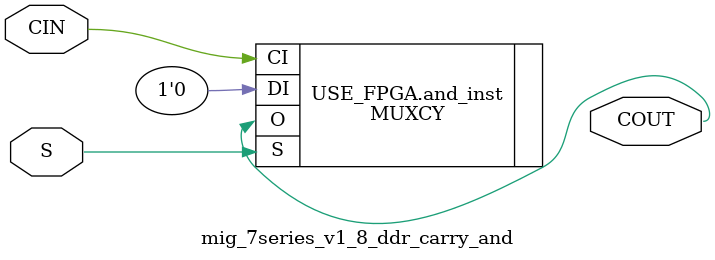
<source format=v>
`timescale 1ps/1ps


module mig_7series_v1_8_ddr_carry_and #
  (
   parameter         C_FAMILY                         = "virtex6"
                       // FPGA Family. Current version: virtex6 or spartan6.
   )
  (
   input  wire        CIN,
   input  wire        S,
   output wire        COUT
   );
  
  
  /////////////////////////////////////////////////////////////////////////////
  // Variables for generating parameter controlled instances.
  /////////////////////////////////////////////////////////////////////////////
  
  
  /////////////////////////////////////////////////////////////////////////////
  // Local params
  /////////////////////////////////////////////////////////////////////////////
  
  
  /////////////////////////////////////////////////////////////////////////////
  // Functions
  /////////////////////////////////////////////////////////////////////////////
  
  
  /////////////////////////////////////////////////////////////////////////////
  // Internal signals
  /////////////////////////////////////////////////////////////////////////////

  
  /////////////////////////////////////////////////////////////////////////////
  // Instantiate or use RTL code
  /////////////////////////////////////////////////////////////////////////////
  
  generate
    if ( C_FAMILY == "rtl" ) begin : USE_RTL
      assign COUT = CIN & S;
      
    end else begin : USE_FPGA
      MUXCY and_inst 
      (
       .O (COUT), 
       .CI (CIN), 
       .DI (1'b0), 
       .S (S)
      ); 
      
    end
  endgenerate
  
  
endmodule

</source>
